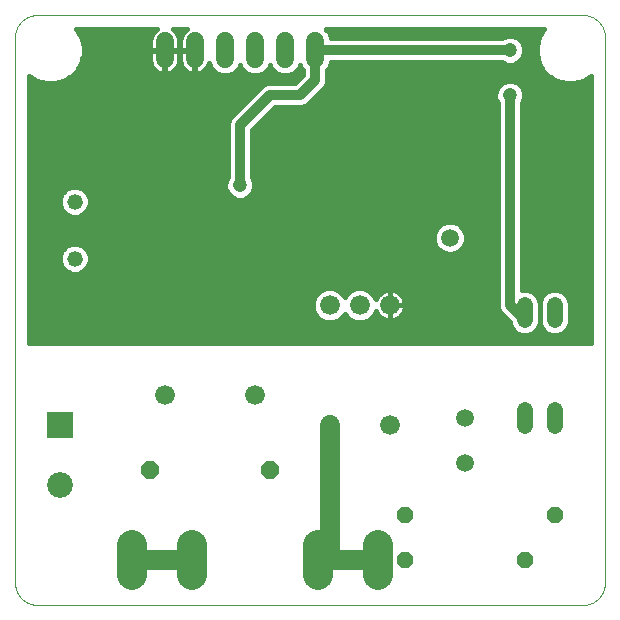
<source format=gbl>
G75*
G70*
%OFA0B0*%
%FSLAX24Y24*%
%IPPOS*%
%LPD*%
%AMOC8*
5,1,8,0,0,1.08239X$1,22.5*
%
%ADD10C,0.0000*%
%ADD11C,0.0520*%
%ADD12OC8,0.0600*%
%ADD13C,0.1000*%
%ADD14OC8,0.0520*%
%ADD15C,0.0520*%
%ADD16R,0.0860X0.0860*%
%ADD17C,0.0860*%
%ADD18C,0.0660*%
%ADD19C,0.0600*%
%ADD20C,0.0660*%
%ADD21C,0.0591*%
%ADD22C,0.0160*%
%ADD23C,0.0475*%
%ADD24C,0.0320*%
D10*
X000180Y000887D02*
X000180Y018998D01*
X000182Y019052D01*
X000187Y019105D01*
X000196Y019158D01*
X000209Y019210D01*
X000225Y019262D01*
X000245Y019312D01*
X000268Y019360D01*
X000295Y019407D01*
X000324Y019452D01*
X000357Y019495D01*
X000392Y019535D01*
X000430Y019573D01*
X000470Y019608D01*
X000513Y019641D01*
X000558Y019670D01*
X000605Y019697D01*
X000653Y019720D01*
X000703Y019740D01*
X000755Y019756D01*
X000807Y019769D01*
X000860Y019778D01*
X000913Y019783D01*
X000967Y019785D01*
X019078Y019785D01*
X019132Y019783D01*
X019185Y019778D01*
X019238Y019769D01*
X019290Y019756D01*
X019342Y019740D01*
X019392Y019720D01*
X019440Y019697D01*
X019487Y019670D01*
X019532Y019641D01*
X019575Y019608D01*
X019615Y019573D01*
X019653Y019535D01*
X019688Y019495D01*
X019721Y019452D01*
X019750Y019407D01*
X019777Y019360D01*
X019800Y019312D01*
X019820Y019262D01*
X019836Y019210D01*
X019849Y019158D01*
X019858Y019105D01*
X019863Y019052D01*
X019865Y018998D01*
X019865Y000887D01*
X019863Y000833D01*
X019858Y000780D01*
X019849Y000727D01*
X019836Y000675D01*
X019820Y000623D01*
X019800Y000573D01*
X019777Y000525D01*
X019750Y000478D01*
X019721Y000433D01*
X019688Y000390D01*
X019653Y000350D01*
X019615Y000312D01*
X019575Y000277D01*
X019532Y000244D01*
X019487Y000215D01*
X019440Y000188D01*
X019392Y000165D01*
X019342Y000145D01*
X019290Y000129D01*
X019238Y000116D01*
X019185Y000107D01*
X019132Y000102D01*
X019078Y000100D01*
X000967Y000100D01*
X000913Y000102D01*
X000860Y000107D01*
X000807Y000116D01*
X000755Y000129D01*
X000703Y000145D01*
X000653Y000165D01*
X000605Y000188D01*
X000558Y000215D01*
X000513Y000244D01*
X000470Y000277D01*
X000430Y000312D01*
X000392Y000350D01*
X000357Y000390D01*
X000324Y000433D01*
X000295Y000478D01*
X000268Y000525D01*
X000245Y000573D01*
X000225Y000623D01*
X000209Y000675D01*
X000196Y000727D01*
X000187Y000780D01*
X000182Y000833D01*
X000180Y000887D01*
D11*
X002180Y011650D03*
X002180Y013550D03*
D12*
X004680Y004600D03*
X008680Y004600D03*
D13*
X010280Y002100D02*
X010280Y001100D01*
X012280Y001100D02*
X012280Y002100D01*
X006080Y002100D02*
X006080Y001100D01*
X004080Y001100D02*
X004080Y002100D01*
D14*
X013180Y001600D03*
X013180Y003100D03*
X017180Y001600D03*
X018180Y003100D03*
D15*
X018180Y006080D02*
X018180Y006600D01*
X017180Y006600D02*
X017180Y006080D01*
X017180Y009600D02*
X017180Y010120D01*
X018180Y010120D02*
X018180Y009600D01*
D16*
X001680Y006100D03*
D17*
X001680Y004100D03*
D18*
X005180Y007100D03*
X008180Y007100D03*
X010680Y006100D03*
X012680Y006100D03*
X012680Y010100D03*
X011680Y010100D03*
X010680Y010100D03*
D19*
X010180Y018300D02*
X010180Y018900D01*
X009180Y018900D02*
X009180Y018300D01*
X008180Y018300D02*
X008180Y018900D01*
X007180Y018900D02*
X007180Y018300D01*
X006180Y018300D02*
X006180Y018900D01*
X005180Y018900D02*
X005180Y018300D01*
D20*
X010680Y006100D02*
X010680Y001600D01*
X010280Y001600D01*
X012180Y001600D01*
X006180Y001600D02*
X004080Y001600D01*
D21*
X014680Y010850D03*
X014680Y012350D03*
X015180Y006350D03*
X015180Y004850D03*
D22*
X019385Y008850D02*
X000660Y008850D01*
X000660Y017735D01*
X000680Y017716D01*
X000933Y017570D01*
X001215Y017494D01*
X001507Y017494D01*
X001790Y017570D01*
X002043Y017716D01*
X002249Y017922D01*
X002395Y018176D01*
X002471Y018458D01*
X002471Y018750D01*
X002395Y019032D01*
X002249Y019285D01*
X002230Y019305D01*
X004921Y019305D01*
X004867Y019266D01*
X004814Y019213D01*
X004769Y019152D01*
X004735Y019084D01*
X004712Y019012D01*
X004700Y018938D01*
X004700Y018620D01*
X005160Y018620D01*
X005160Y018580D01*
X005200Y018580D01*
X005200Y018620D01*
X005660Y018620D01*
X005660Y018938D01*
X005648Y019012D01*
X005625Y019084D01*
X005591Y019152D01*
X005546Y019213D01*
X005493Y019266D01*
X005439Y019305D01*
X005921Y019305D01*
X005867Y019266D01*
X005814Y019213D01*
X005769Y019152D01*
X005735Y019084D01*
X005712Y019012D01*
X005700Y018938D01*
X005700Y018620D01*
X006160Y018620D01*
X006160Y018580D01*
X006200Y018580D01*
X006200Y017820D01*
X006218Y017820D01*
X006292Y017832D01*
X006364Y017855D01*
X006432Y017889D01*
X006493Y017934D01*
X006546Y017987D01*
X006591Y018048D01*
X006625Y018116D01*
X006645Y018179D01*
X006722Y017994D01*
X006874Y017842D01*
X007073Y017760D01*
X007287Y017760D01*
X007486Y017842D01*
X007638Y017994D01*
X007680Y018096D01*
X007722Y017994D01*
X007874Y017842D01*
X008073Y017760D01*
X008287Y017760D01*
X008486Y017842D01*
X008638Y017994D01*
X008680Y018096D01*
X008722Y017994D01*
X008874Y017842D01*
X009073Y017760D01*
X009287Y017760D01*
X009486Y017842D01*
X009638Y017994D01*
X009680Y018096D01*
X009722Y017994D01*
X009780Y017936D01*
X009780Y017766D01*
X009514Y017500D01*
X008600Y017500D01*
X008453Y017439D01*
X007453Y016439D01*
X007341Y016327D01*
X007280Y016180D01*
X007280Y014375D01*
X007275Y014370D01*
X007203Y014195D01*
X007203Y014005D01*
X007275Y013830D01*
X007410Y013695D01*
X007585Y013623D01*
X007775Y013623D01*
X007950Y013695D01*
X008085Y013830D01*
X008157Y014005D01*
X008157Y014195D01*
X008085Y014370D01*
X008080Y014375D01*
X008080Y015934D01*
X008846Y016700D01*
X009760Y016700D01*
X009907Y016761D01*
X010019Y016873D01*
X010519Y017373D01*
X010580Y017520D01*
X010580Y017936D01*
X010638Y017994D01*
X010720Y018193D01*
X010720Y018200D01*
X016405Y018200D01*
X016410Y018195D01*
X016585Y018123D01*
X016775Y018123D01*
X016950Y018195D01*
X017085Y018330D01*
X017157Y018505D01*
X017157Y018695D01*
X017085Y018870D01*
X016950Y019005D01*
X016775Y019077D01*
X016585Y019077D01*
X016410Y019005D01*
X016405Y019000D01*
X010720Y019000D01*
X010720Y019007D01*
X010638Y019206D01*
X010539Y019305D01*
X017815Y019305D01*
X017796Y019285D01*
X017650Y019032D01*
X017574Y018750D01*
X017574Y018458D01*
X017650Y018176D01*
X017796Y017922D01*
X018002Y017716D01*
X018256Y017570D01*
X018538Y017494D01*
X018830Y017494D01*
X019112Y017570D01*
X019365Y017716D01*
X019385Y017735D01*
X019385Y008850D01*
X019385Y008976D02*
X000660Y008976D01*
X000660Y009135D02*
X016997Y009135D01*
X017081Y009100D02*
X017279Y009100D01*
X017463Y009176D01*
X017604Y009317D01*
X017680Y009501D01*
X017756Y009317D01*
X017897Y009176D01*
X018081Y009100D01*
X018279Y009100D01*
X018463Y009176D01*
X018604Y009317D01*
X018680Y009501D01*
X018680Y010219D01*
X018604Y010403D01*
X018463Y010544D01*
X018279Y010620D01*
X018081Y010620D01*
X017897Y010544D01*
X017756Y010403D01*
X017680Y010219D01*
X017680Y009501D01*
X017680Y010219D01*
X017604Y010403D01*
X017463Y010544D01*
X017279Y010620D01*
X017081Y010620D01*
X017080Y010620D01*
X017080Y016825D01*
X017085Y016830D01*
X017157Y017005D01*
X017157Y017195D01*
X017085Y017370D01*
X016950Y017505D01*
X016775Y017577D01*
X016585Y017577D01*
X016410Y017505D01*
X016275Y017370D01*
X016203Y017195D01*
X016203Y017005D01*
X016275Y016830D01*
X016280Y016825D01*
X016280Y010020D01*
X016341Y009873D01*
X016453Y009761D01*
X016680Y009534D01*
X016680Y009501D01*
X016756Y009317D01*
X016897Y009176D01*
X017081Y009100D01*
X017363Y009135D02*
X017997Y009135D01*
X017780Y009293D02*
X017580Y009293D01*
X017660Y009452D02*
X017700Y009452D01*
X017680Y009610D02*
X017680Y009610D01*
X017680Y009769D02*
X017680Y009769D01*
X017680Y009927D02*
X017680Y009927D01*
X017680Y010086D02*
X017680Y010086D01*
X017670Y010244D02*
X017690Y010244D01*
X017756Y010403D02*
X017604Y010403D01*
X017422Y010561D02*
X017938Y010561D01*
X018422Y010561D02*
X019385Y010561D01*
X019385Y010403D02*
X018604Y010403D01*
X018670Y010244D02*
X019385Y010244D01*
X019385Y010086D02*
X018680Y010086D01*
X018680Y009927D02*
X019385Y009927D01*
X019385Y009769D02*
X018680Y009769D01*
X018680Y009610D02*
X019385Y009610D01*
X019385Y009452D02*
X018660Y009452D01*
X018580Y009293D02*
X019385Y009293D01*
X019385Y009135D02*
X018363Y009135D01*
X016780Y009293D02*
X000660Y009293D01*
X000660Y009452D02*
X016700Y009452D01*
X016604Y009610D02*
X012822Y009610D01*
X012799Y009603D02*
X012876Y009627D01*
X012947Y009664D01*
X013012Y009711D01*
X013069Y009768D01*
X013116Y009833D01*
X013153Y009904D01*
X013177Y009981D01*
X013190Y010060D01*
X013190Y010091D01*
X012689Y010091D01*
X012689Y010109D01*
X012671Y010109D01*
X012671Y010610D01*
X012640Y010610D01*
X012561Y010597D01*
X012484Y010573D01*
X012413Y010536D01*
X012348Y010489D01*
X012291Y010432D01*
X012244Y010367D01*
X012212Y010305D01*
X012163Y010423D01*
X012003Y010583D01*
X011793Y010670D01*
X011567Y010670D01*
X011357Y010583D01*
X011197Y010423D01*
X011180Y010382D01*
X011163Y010423D01*
X011003Y010583D01*
X010793Y010670D01*
X010567Y010670D01*
X010357Y010583D01*
X010197Y010423D01*
X010110Y010213D01*
X010110Y009987D01*
X010197Y009777D01*
X010357Y009617D01*
X010567Y009530D01*
X010793Y009530D01*
X011003Y009617D01*
X011163Y009777D01*
X011180Y009818D01*
X011197Y009777D01*
X011357Y009617D01*
X011567Y009530D01*
X011793Y009530D01*
X012003Y009617D01*
X012163Y009777D01*
X012212Y009895D01*
X012244Y009833D01*
X012291Y009768D01*
X012348Y009711D01*
X012413Y009664D01*
X012484Y009627D01*
X012561Y009603D01*
X012640Y009590D01*
X012671Y009590D01*
X012671Y010091D01*
X012689Y010091D01*
X012689Y009590D01*
X012720Y009590D01*
X012799Y009603D01*
X012689Y009610D02*
X012671Y009610D01*
X012538Y009610D02*
X011987Y009610D01*
X012155Y009769D02*
X012290Y009769D01*
X012671Y009769D02*
X012689Y009769D01*
X012689Y009927D02*
X012671Y009927D01*
X012671Y010086D02*
X012689Y010086D01*
X012689Y010109D02*
X013190Y010109D01*
X013190Y010140D01*
X013177Y010219D01*
X013153Y010296D01*
X013116Y010367D01*
X013069Y010432D01*
X013012Y010489D01*
X012947Y010536D01*
X012876Y010573D01*
X012799Y010597D01*
X012720Y010610D01*
X012689Y010610D01*
X012689Y010109D01*
X012689Y010244D02*
X012671Y010244D01*
X012671Y010403D02*
X012689Y010403D01*
X012689Y010561D02*
X012671Y010561D01*
X012461Y010561D02*
X012025Y010561D01*
X012172Y010403D02*
X012269Y010403D01*
X012899Y010561D02*
X016280Y010561D01*
X016280Y010403D02*
X013091Y010403D01*
X013169Y010244D02*
X016280Y010244D01*
X016280Y010086D02*
X013190Y010086D01*
X013160Y009927D02*
X016319Y009927D01*
X016446Y009769D02*
X013070Y009769D01*
X011373Y009610D02*
X010987Y009610D01*
X011155Y009769D02*
X011205Y009769D01*
X011172Y010403D02*
X011188Y010403D01*
X011335Y010561D02*
X011025Y010561D01*
X010335Y010561D02*
X000660Y010561D01*
X000660Y010403D02*
X010188Y010403D01*
X010123Y010244D02*
X000660Y010244D01*
X000660Y010086D02*
X010110Y010086D01*
X010135Y009927D02*
X000660Y009927D01*
X000660Y009769D02*
X010205Y009769D01*
X010373Y009610D02*
X000660Y009610D01*
X000660Y010720D02*
X016280Y010720D01*
X016280Y010878D02*
X000660Y010878D01*
X000660Y011037D02*
X016280Y011037D01*
X016280Y011195D02*
X002388Y011195D01*
X002463Y011226D02*
X002279Y011150D01*
X002081Y011150D01*
X001897Y011226D01*
X001756Y011367D01*
X001680Y011551D01*
X001680Y011749D01*
X001756Y011933D01*
X001897Y012074D01*
X002081Y012150D01*
X002279Y012150D01*
X002463Y012074D01*
X002604Y011933D01*
X002680Y011749D01*
X002680Y011551D01*
X002604Y011367D01*
X002463Y011226D01*
X002591Y011354D02*
X016280Y011354D01*
X016280Y011512D02*
X002664Y011512D01*
X002680Y011671D02*
X016280Y011671D01*
X016280Y011829D02*
X014821Y011829D01*
X014786Y011815D02*
X014983Y011896D01*
X015134Y012047D01*
X015215Y012244D01*
X015215Y012456D01*
X015134Y012653D01*
X014983Y012804D01*
X014786Y012885D01*
X014574Y012885D01*
X014377Y012804D01*
X014226Y012653D01*
X014145Y012456D01*
X014145Y012244D01*
X014226Y012047D01*
X014377Y011896D01*
X014574Y011815D01*
X014786Y011815D01*
X014539Y011829D02*
X002647Y011829D01*
X002550Y011988D02*
X014285Y011988D01*
X014185Y012146D02*
X002289Y012146D01*
X002071Y012146D02*
X000660Y012146D01*
X000660Y011988D02*
X001810Y011988D01*
X001713Y011829D02*
X000660Y011829D01*
X000660Y011671D02*
X001680Y011671D01*
X001696Y011512D02*
X000660Y011512D01*
X000660Y011354D02*
X001769Y011354D01*
X001972Y011195D02*
X000660Y011195D01*
X000660Y012305D02*
X014145Y012305D01*
X014147Y012463D02*
X000660Y012463D01*
X000660Y012622D02*
X014213Y012622D01*
X014353Y012780D02*
X000660Y012780D01*
X000660Y012939D02*
X016280Y012939D01*
X016280Y013097D02*
X002393Y013097D01*
X002463Y013126D02*
X002279Y013050D01*
X002081Y013050D01*
X001897Y013126D01*
X001756Y013267D01*
X001680Y013451D01*
X001680Y013649D01*
X001756Y013833D01*
X001897Y013974D01*
X002081Y014050D01*
X002279Y014050D01*
X002463Y013974D01*
X002604Y013833D01*
X002680Y013649D01*
X002680Y013451D01*
X002604Y013267D01*
X002463Y013126D01*
X002593Y013256D02*
X016280Y013256D01*
X016280Y013414D02*
X002665Y013414D01*
X002680Y013573D02*
X016280Y013573D01*
X016280Y013731D02*
X007986Y013731D01*
X008110Y013890D02*
X016280Y013890D01*
X016280Y014048D02*
X008157Y014048D01*
X008153Y014207D02*
X016280Y014207D01*
X016280Y014365D02*
X008087Y014365D01*
X008080Y014524D02*
X016280Y014524D01*
X016280Y014682D02*
X008080Y014682D01*
X008080Y014841D02*
X016280Y014841D01*
X016280Y014999D02*
X008080Y014999D01*
X008080Y015158D02*
X016280Y015158D01*
X016280Y015316D02*
X008080Y015316D01*
X008080Y015475D02*
X016280Y015475D01*
X016280Y015633D02*
X008080Y015633D01*
X008080Y015792D02*
X016280Y015792D01*
X016280Y015950D02*
X008096Y015950D01*
X008254Y016109D02*
X016280Y016109D01*
X016280Y016267D02*
X008413Y016267D01*
X008571Y016426D02*
X016280Y016426D01*
X016280Y016584D02*
X008730Y016584D01*
X008232Y017218D02*
X000660Y017218D01*
X000660Y017060D02*
X008074Y017060D01*
X007915Y016901D02*
X000660Y016901D01*
X000660Y016743D02*
X007757Y016743D01*
X007598Y016584D02*
X000660Y016584D01*
X000660Y016426D02*
X007440Y016426D01*
X007316Y016267D02*
X000660Y016267D01*
X000660Y016109D02*
X007280Y016109D01*
X007280Y015950D02*
X000660Y015950D01*
X000660Y015792D02*
X007280Y015792D01*
X007280Y015633D02*
X000660Y015633D01*
X000660Y015475D02*
X007280Y015475D01*
X007280Y015316D02*
X000660Y015316D01*
X000660Y015158D02*
X007280Y015158D01*
X007280Y014999D02*
X000660Y014999D01*
X000660Y014841D02*
X007280Y014841D01*
X007280Y014682D02*
X000660Y014682D01*
X000660Y014524D02*
X007280Y014524D01*
X007273Y014365D02*
X000660Y014365D01*
X000660Y014207D02*
X007207Y014207D01*
X007203Y014048D02*
X002284Y014048D01*
X002076Y014048D02*
X000660Y014048D01*
X000660Y013890D02*
X001812Y013890D01*
X001714Y013731D02*
X000660Y013731D01*
X000660Y013573D02*
X001680Y013573D01*
X001695Y013414D02*
X000660Y013414D01*
X000660Y013256D02*
X001767Y013256D01*
X001967Y013097D02*
X000660Y013097D01*
X002548Y013890D02*
X007250Y013890D01*
X007374Y013731D02*
X002646Y013731D01*
X000660Y017377D02*
X008391Y017377D01*
X008496Y017852D02*
X008864Y017852D01*
X008715Y018011D02*
X008645Y018011D01*
X007864Y017852D02*
X007496Y017852D01*
X007645Y018011D02*
X007715Y018011D01*
X006864Y017852D02*
X006355Y017852D01*
X006200Y017852D02*
X006160Y017852D01*
X006160Y017820D02*
X006160Y018580D01*
X005700Y018580D01*
X005700Y018262D01*
X005712Y018188D01*
X005735Y018116D01*
X005769Y018048D01*
X005814Y017987D01*
X005867Y017934D01*
X005928Y017889D01*
X005996Y017855D01*
X006068Y017832D01*
X006142Y017820D01*
X006160Y017820D01*
X006005Y017852D02*
X005355Y017852D01*
X005364Y017855D02*
X005432Y017889D01*
X005493Y017934D01*
X005546Y017987D01*
X005591Y018048D01*
X005625Y018116D01*
X005648Y018188D01*
X005660Y018262D01*
X005660Y018580D01*
X005200Y018580D01*
X005200Y017820D01*
X005218Y017820D01*
X005292Y017832D01*
X005364Y017855D01*
X005200Y017852D02*
X005160Y017852D01*
X005160Y017820D02*
X005160Y018580D01*
X004700Y018580D01*
X004700Y018262D01*
X004712Y018188D01*
X004735Y018116D01*
X004769Y018048D01*
X004814Y017987D01*
X004867Y017934D01*
X004928Y017889D01*
X004996Y017855D01*
X005068Y017832D01*
X005142Y017820D01*
X005160Y017820D01*
X005005Y017852D02*
X002179Y017852D01*
X002300Y018011D02*
X004797Y018011D01*
X004718Y018169D02*
X002392Y018169D01*
X002436Y018328D02*
X004700Y018328D01*
X004700Y018486D02*
X002471Y018486D01*
X002471Y018645D02*
X004700Y018645D01*
X004700Y018803D02*
X002457Y018803D01*
X002414Y018962D02*
X004704Y018962D01*
X004753Y019120D02*
X002345Y019120D01*
X002253Y019279D02*
X004884Y019279D01*
X005476Y019279D02*
X005884Y019279D01*
X005753Y019120D02*
X005607Y019120D01*
X005656Y018962D02*
X005704Y018962D01*
X005700Y018803D02*
X005660Y018803D01*
X005660Y018645D02*
X005700Y018645D01*
X005700Y018486D02*
X005660Y018486D01*
X005660Y018328D02*
X005700Y018328D01*
X005718Y018169D02*
X005642Y018169D01*
X005563Y018011D02*
X005797Y018011D01*
X006160Y018011D02*
X006200Y018011D01*
X006200Y018169D02*
X006160Y018169D01*
X006160Y018328D02*
X006200Y018328D01*
X006200Y018486D02*
X006160Y018486D01*
X006642Y018169D02*
X006650Y018169D01*
X006715Y018011D02*
X006563Y018011D01*
X005200Y018011D02*
X005160Y018011D01*
X005160Y018169D02*
X005200Y018169D01*
X005200Y018328D02*
X005160Y018328D01*
X005160Y018486D02*
X005200Y018486D01*
X002004Y017694D02*
X009708Y017694D01*
X009780Y017852D02*
X009496Y017852D01*
X009645Y018011D02*
X009715Y018011D01*
X009549Y017535D02*
X001660Y017535D01*
X001062Y017535D02*
X000660Y017535D01*
X000660Y017694D02*
X000718Y017694D01*
X009862Y016743D02*
X016280Y016743D01*
X016246Y016901D02*
X010047Y016901D01*
X010205Y017060D02*
X016203Y017060D01*
X016212Y017218D02*
X010364Y017218D01*
X010520Y017377D02*
X016281Y017377D01*
X016483Y017535D02*
X010580Y017535D01*
X010580Y017694D02*
X018041Y017694D01*
X017866Y017852D02*
X010580Y017852D01*
X010645Y018011D02*
X017745Y018011D01*
X017653Y018169D02*
X016887Y018169D01*
X017083Y018328D02*
X017609Y018328D01*
X017574Y018486D02*
X017150Y018486D01*
X017157Y018645D02*
X017574Y018645D01*
X017588Y018803D02*
X017113Y018803D01*
X016994Y018962D02*
X017631Y018962D01*
X017700Y019120D02*
X010673Y019120D01*
X010565Y019279D02*
X017792Y019279D01*
X016473Y018169D02*
X010710Y018169D01*
X015007Y012780D02*
X016280Y012780D01*
X016280Y012622D02*
X015147Y012622D01*
X015213Y012463D02*
X016280Y012463D01*
X016280Y012305D02*
X015215Y012305D01*
X015175Y012146D02*
X016280Y012146D01*
X016280Y011988D02*
X015075Y011988D01*
X017080Y011988D02*
X019385Y011988D01*
X019385Y012146D02*
X017080Y012146D01*
X017080Y012305D02*
X019385Y012305D01*
X019385Y012463D02*
X017080Y012463D01*
X017080Y012622D02*
X019385Y012622D01*
X019385Y012780D02*
X017080Y012780D01*
X017080Y012939D02*
X019385Y012939D01*
X019385Y013097D02*
X017080Y013097D01*
X017080Y013256D02*
X019385Y013256D01*
X019385Y013414D02*
X017080Y013414D01*
X017080Y013573D02*
X019385Y013573D01*
X019385Y013731D02*
X017080Y013731D01*
X017080Y013890D02*
X019385Y013890D01*
X019385Y014048D02*
X017080Y014048D01*
X017080Y014207D02*
X019385Y014207D01*
X019385Y014365D02*
X017080Y014365D01*
X017080Y014524D02*
X019385Y014524D01*
X019385Y014682D02*
X017080Y014682D01*
X017080Y014841D02*
X019385Y014841D01*
X019385Y014999D02*
X017080Y014999D01*
X017080Y015158D02*
X019385Y015158D01*
X019385Y015316D02*
X017080Y015316D01*
X017080Y015475D02*
X019385Y015475D01*
X019385Y015633D02*
X017080Y015633D01*
X017080Y015792D02*
X019385Y015792D01*
X019385Y015950D02*
X017080Y015950D01*
X017080Y016109D02*
X019385Y016109D01*
X019385Y016267D02*
X017080Y016267D01*
X017080Y016426D02*
X019385Y016426D01*
X019385Y016584D02*
X017080Y016584D01*
X017080Y016743D02*
X019385Y016743D01*
X019385Y016901D02*
X017114Y016901D01*
X017157Y017060D02*
X019385Y017060D01*
X019385Y017218D02*
X017148Y017218D01*
X017079Y017377D02*
X019385Y017377D01*
X019385Y017535D02*
X018983Y017535D01*
X019327Y017694D02*
X019385Y017694D01*
X018385Y017535D02*
X016877Y017535D01*
X017080Y011829D02*
X019385Y011829D01*
X019385Y011671D02*
X017080Y011671D01*
X017080Y011512D02*
X019385Y011512D01*
X019385Y011354D02*
X017080Y011354D01*
X017080Y011195D02*
X019385Y011195D01*
X019385Y011037D02*
X017080Y011037D01*
X017080Y010878D02*
X019385Y010878D01*
X019385Y010720D02*
X017080Y010720D01*
D23*
X019180Y009100D03*
X015680Y013600D03*
X018680Y014100D03*
X016680Y017100D03*
X016680Y018600D03*
X012680Y014600D03*
X010680Y013600D03*
X008430Y015600D03*
X007680Y014100D03*
X007180Y012600D03*
X004930Y013850D03*
X002680Y017100D03*
X002680Y009600D03*
X011680Y017450D03*
D24*
X010180Y017600D02*
X009680Y017100D01*
X008680Y017100D01*
X007680Y016100D01*
X007680Y014100D01*
X010180Y017600D02*
X010180Y018600D01*
X016680Y018600D01*
X016680Y017100D02*
X016680Y010100D01*
X017180Y009600D01*
M02*

</source>
